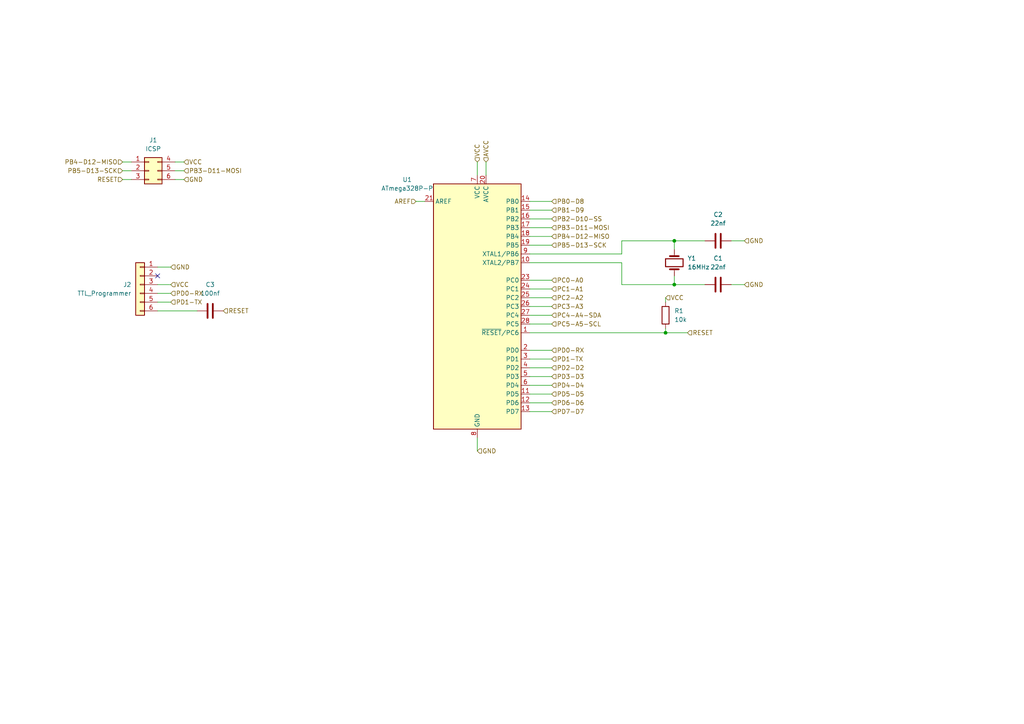
<source format=kicad_sch>
(kicad_sch (version 20231120) (generator "eeschema") (generator_version "8.0")
  (paper "A4")
  (lib_symbols
    (symbol "Connector_Generic:Conn_01x06" (pin_names (offset 1.016) hide)
      (property "Reference" "J" (at 0 7.62 0))
      (property "Value" "Conn_01x06" (at 0 -10.16 0))
      (symbol "Conn_01x06_1_1"
        (rectangle (start -1.27 -7.493) (end 0 -7.747) (stroke (width 0.1524)))
        (rectangle (start -1.27 -4.953) (end 0 -5.207) (stroke (width 0.1524)))
        (rectangle (start -1.27 -2.413) (end 0 -2.667) (stroke (width 0.1524)))
        (rectangle (start -1.27 0.127) (end 0 -0.127) (stroke (width 0.1524)))
        (rectangle (start -1.27 2.667) (end 0 2.413) (stroke (width 0.1524)))
        (rectangle (start -1.27 5.207) (end 0 4.953) (stroke (width 0.1524)))
        (rectangle (start -1.27 6.35) (end 1.27 -8.89) (stroke (width 0.254)) (fill (type background)))
        (pin passive line (at -5.08 5.08 0) (length 3.81) (name "Pin_1") (number "1"))
        (pin passive line (at -5.08 2.54 0) (length 3.81) (name "Pin_2") (number "2"))
        (pin passive line (at -5.08 0 0) (length 3.81) (name "Pin_3") (number "3"))
        (pin passive line (at -5.08 -2.54 0) (length 3.81) (name "Pin_4") (number "4"))
        (pin passive line (at -5.08 -5.08 0) (length 3.81) (name "Pin_5") (number "5"))
        (pin passive line (at -5.08 -7.62 0) (length 3.81) (name "Pin_6") (number "6"))
      )
    )
    (symbol "Connector_Generic:Conn_02x03_Top_Bottom" (pin_names (offset 1.016) hide)
      (property "Reference" "J" (at 1.27 5.08 0))
      (property "Value" "Conn_02x03_Top_Bottom" (at 1.27 -5.08 0))
      (symbol "Conn_02x03_Top_Bottom_1_1"
        (rectangle (start -1.27 -2.413) (end 0 -2.667) (stroke (width 0.1524)))
        (rectangle (start -1.27 0.127) (end 0 -0.127) (stroke (width 0.1524)))
        (rectangle (start -1.27 2.667) (end 0 2.413) (stroke (width 0.1524)))
        (rectangle (start -1.27 3.81) (end 3.81 -3.81) (stroke (width 0.254)) (fill (type background)))
        (rectangle (start 3.81 -2.413) (end 2.54 -2.667) (stroke (width 0.1524)))
        (rectangle (start 3.81 0.127) (end 2.54 -0.127) (stroke (width 0.1524)))
        (rectangle (start 3.81 2.667) (end 2.54 2.413) (stroke (width 0.1524)))
        (pin passive line (at -5.08 2.54 0) (length 3.81) (name "Pin_1") (number "1"))
        (pin passive line (at -5.08 0 0) (length 3.81) (name "Pin_2") (number "2"))
        (pin passive line (at -5.08 -2.54 0) (length 3.81) (name "Pin_3") (number "3"))
        (pin passive line (at 7.62 2.54 180) (length 3.81) (name "Pin_4") (number "4"))
        (pin passive line (at 7.62 0 180) (length 3.81) (name "Pin_5") (number "5"))
        (pin passive line (at 7.62 -2.54 180) (length 3.81) (name "Pin_6") (number "6"))
      )
    )
    (symbol "Device:C" (pin_numbers hide) (pin_names (offset 0.254))
      (property "Reference" "C" (at 0.635 2.54 0))
      (property "Value" "C" (at 0.635 -2.54 0))
      (symbol "C_0_1"
        (polyline (pts (xy -2.032 -0.762) (xy 2.032 -0.762)) (stroke (width 0.508)))
        (polyline (pts (xy -2.032 0.762) (xy 2.032 0.762)) (stroke (width 0.508)))
      )
      (symbol "C_1_1"
        (pin passive line (at 0 3.81 270) (length 2.794) (name "~") (number "1"))
        (pin passive line (at 0 -3.81 90) (length 2.794) (name "~") (number "2"))
      )
    )
    (symbol "Device:Crystal" (pin_numbers hide) (pin_names (offset 1.016) hide)
      (property "Reference" "Y" (at 0 3.81 0))
      (property "Value" "Crystal" (at 0 -3.81 0))
      (symbol "Crystal_0_1"
        (rectangle (start -1.143 2.54) (end 1.143 -2.54) (stroke (width 0.3048)))
        (polyline (pts (xy -2.54 0) (xy -1.905 0)))
        (polyline (pts (xy -1.905 -1.27) (xy -1.905 1.27)) (stroke (width 0.508)))
        (polyline (pts (xy 1.905 -1.27) (xy 1.905 1.27)) (stroke (width 0.508)))
        (polyline (pts (xy 2.54 0) (xy 1.905 0)))
      )
      (symbol "Crystal_1_1"
        (pin passive line (at -3.81 0 0) (length 1.27) (name "1") (number "1"))
        (pin passive line (at 3.81 0 180) (length 1.27) (name "2") (number "2"))
      )
    )
    (symbol "Device:R" (pin_numbers hide) (pin_names (offset 0))
      (property "Reference" "R" (at 2.032 0 90))
      (property "Value" "R" (at 0 0 90))
      (symbol "R_0_1"
        (rectangle (start -1.016 -2.54) (end 1.016 2.54) (stroke (width 0.254)))
      )
      (symbol "R_1_1"
        (pin passive line (at 0 3.81 270) (length 1.27) (name "~") (number "1"))
        (pin passive line (at 0 -3.81 90) (length 1.27) (name "~") (number "2"))
      )
    )
    (symbol "MCU_Microchip_ATmega:ATmega328P-P"
      (property "Reference" "U" (at -12.7 36.83 0))
      (property "Value" "ATmega328P-P" (at 2.54 -36.83 0))
      (symbol "ATmega328P-P_0_1"
        (rectangle (start -12.7 -35.56) (end 12.7 35.56) (stroke (width 0.254)) (fill (type background)))
      )
      (symbol "ATmega328P-P_1_1"
        (pin bidirectional line (at 15.24 -7.62 180) (length 2.54) (name "~{RESET}/PC6") (number "1"))
        (pin bidirectional line (at 15.24 12.7 180) (length 2.54) (name "XTAL2/PB7") (number "10"))
        (pin bidirectional line (at 15.24 -25.4 180) (length 2.54) (name "PD5") (number "11"))
        (pin bidirectional line (at 15.24 -27.94 180) (length 2.54) (name "PD6") (number "12"))
        (pin bidirectional line (at 15.24 -30.48 180) (length 2.54) (name "PD7") (number "13"))
        (pin bidirectional line (at 15.24 30.48 180) (length 2.54) (name "PB0") (number "14"))
        (pin bidirectional line (at 15.24 27.94 180) (length 2.54) (name "PB1") (number "15"))
        (pin bidirectional line (at 15.24 25.4 180) (length 2.54) (name "PB2") (number "16"))
        (pin bidirectional line (at 15.24 22.86 180) (length 2.54) (name "PB3") (number "17"))
        (pin bidirectional line (at 15.24 20.32 180) (length 2.54) (name "PB4") (number "18"))
        (pin bidirectional line (at 15.24 17.78 180) (length 2.54) (name "PB5") (number "19"))
        (pin bidirectional line (at 15.24 -12.7 180) (length 2.54) (name "PD0") (number "2"))
        (pin power_in line (at 2.54 38.1 270) (length 2.54) (name "AVCC") (number "20"))
        (pin passive line (at -15.24 30.48 0) (length 2.54) (name "AREF") (number "21"))
        (pin passive line (at 0 -38.1 90) (length 2.54) hide (name "GND") (number "22"))
        (pin bidirectional line (at 15.24 7.62 180) (length 2.54) (name "PC0") (number "23"))
        (pin bidirectional line (at 15.24 5.08 180) (length 2.54) (name "PC1") (number "24"))
        (pin bidirectional line (at 15.24 2.54 180) (length 2.54) (name "PC2") (number "25"))
        (pin bidirectional line (at 15.24 0 180) (length 2.54) (name "PC3") (number "26"))
        (pin bidirectional line (at 15.24 -2.54 180) (length 2.54) (name "PC4") (number "27"))
        (pin bidirectional line (at 15.24 -5.08 180) (length 2.54) (name "PC5") (number "28"))
        (pin bidirectional line (at 15.24 -15.24 180) (length 2.54) (name "PD1") (number "3"))
        (pin bidirectional line (at 15.24 -17.78 180) (length 2.54) (name "PD2") (number "4"))
        (pin bidirectional line (at 15.24 -20.32 180) (length 2.54) (name "PD3") (number "5"))
        (pin bidirectional line (at 15.24 -22.86 180) (length 2.54) (name "PD4") (number "6"))
        (pin power_in line (at 0 38.1 270) (length 2.54) (name "VCC") (number "7"))
        (pin power_in line (at 0 -38.1 90) (length 2.54) (name "GND") (number "8"))
        (pin bidirectional line (at 15.24 15.24 180) (length 2.54) (name "XTAL1/PB6") (number "9"))
      )
    )
  )
  (junction (at 195.58 69.85))
  (junction (at 193.04 96.52))
  (junction (at 195.58 82.55))
  (no_connect (at 45.72 80.01))
  (wire (pts (xy 45.72 87.63) (xy 49.53 87.63)))
  (wire (pts (xy 153.67 68.58) (xy 160.02 68.58)))
  (wire (pts (xy 153.67 104.14) (xy 160.02 104.14)))
  (wire (pts (xy 153.67 73.66) (xy 180.34 73.66)))
  (wire (pts (xy 153.67 71.12) (xy 160.02 71.12)))
  (wire (pts (xy 35.56 49.53) (xy 38.1 49.53)))
  (wire (pts (xy 153.67 63.5) (xy 160.02 63.5)))
  (wire (pts (xy 153.67 116.84) (xy 160.02 116.84)))
  (wire (pts (xy 50.8 46.99) (xy 53.34 46.99)))
  (wire (pts (xy 45.72 77.47) (xy 49.53 77.47)))
  (wire (pts (xy 153.67 106.68) (xy 160.02 106.68)))
  (wire (pts (xy 180.34 76.2) (xy 180.34 82.55)))
  (wire (pts (xy 45.72 82.55) (xy 49.53 82.55)))
  (wire (pts (xy 153.67 96.52) (xy 193.04 96.52)))
  (wire (pts (xy 153.67 109.22) (xy 160.02 109.22)))
  (wire (pts (xy 35.56 46.99) (xy 38.1 46.99)))
  (wire (pts (xy 153.67 86.36) (xy 160.02 86.36)))
  (wire (pts (xy 138.43 127) (xy 138.43 130.81)))
  (wire (pts (xy 153.67 76.2) (xy 180.34 76.2)))
  (wire (pts (xy 45.72 90.17) (xy 57.15 90.17)))
  (wire (pts (xy 153.67 91.44) (xy 160.02 91.44)))
  (wire (pts (xy 45.72 85.09) (xy 49.53 85.09)))
  (wire (pts (xy 153.67 101.6) (xy 160.02 101.6)))
  (wire (pts (xy 120.65 58.42) (xy 123.19 58.42)))
  (wire (pts (xy 35.56 52.07) (xy 38.1 52.07)))
  (wire (pts (xy 153.67 114.3) (xy 160.02 114.3)))
  (wire (pts (xy 212.09 69.85) (xy 215.9 69.85)))
  (wire (pts (xy 138.43 46.99) (xy 138.43 50.8)))
  (wire (pts (xy 204.47 82.55) (xy 195.58 82.55)))
  (wire (pts (xy 195.58 72.39) (xy 195.58 69.85)))
  (wire (pts (xy 180.34 69.85) (xy 195.58 69.85)))
  (wire (pts (xy 193.04 95.25) (xy 193.04 96.52)))
  (wire (pts (xy 153.67 93.98) (xy 160.02 93.98)))
  (wire (pts (xy 140.97 46.99) (xy 140.97 50.8)))
  (wire (pts (xy 153.67 81.28) (xy 160.02 81.28)))
  (wire (pts (xy 195.58 69.85) (xy 204.47 69.85)))
  (wire (pts (xy 153.67 88.9) (xy 160.02 88.9)))
  (wire (pts (xy 50.8 49.53) (xy 53.34 49.53)))
  (wire (pts (xy 153.67 119.38) (xy 160.02 119.38)))
  (wire (pts (xy 180.34 82.55) (xy 195.58 82.55)))
  (wire (pts (xy 195.58 82.55) (xy 195.58 80.01)))
  (wire (pts (xy 193.04 86.36) (xy 193.04 87.63)))
  (wire (pts (xy 193.04 96.52) (xy 199.39 96.52)))
  (wire (pts (xy 153.67 83.82) (xy 160.02 83.82)))
  (wire (pts (xy 180.34 73.66) (xy 180.34 69.85)))
  (wire (pts (xy 50.8 52.07) (xy 53.34 52.07)))
  (wire (pts (xy 153.67 60.96) (xy 160.02 60.96)))
  (wire (pts (xy 153.67 58.42) (xy 160.02 58.42)))
  (wire (pts (xy 153.67 66.04) (xy 160.02 66.04)))
  (wire (pts (xy 153.67 111.76) (xy 160.02 111.76)))
  (wire (pts (xy 212.09 82.55) (xy 215.9 82.55)))
  (hierarchical_label "PB3-D11-MOSI" (shape input) (at 53.34 49.53 0))
  (hierarchical_label "PB1-D9" (shape input) (at 160.02 60.96 0))
  (hierarchical_label "GND" (shape input) (at 215.9 82.55 0))
  (hierarchical_label "PC0-A0" (shape input) (at 160.02 81.28 0))
  (hierarchical_label "PB4-D12-MISO" (shape input) (at 160.02 68.58 0))
  (hierarchical_label "GND" (shape input) (at 215.9 69.85 0))
  (hierarchical_label "PB4-D12-MISO" (shape input) (at 35.56 46.99 180))
  (hierarchical_label "PD5-D5" (shape input) (at 160.02 114.3 0))
  (hierarchical_label "PD0-RX" (shape input) (at 160.02 101.6 0))
  (hierarchical_label "VCC" (shape input) (at 138.43 46.99 90))
  (hierarchical_label "PD7-D7" (shape input) (at 160.02 119.38 0))
  (hierarchical_label "PC4-A4-SDA" (shape input) (at 160.02 91.44 0))
  (hierarchical_label "PB2-D10-SS" (shape input) (at 160.02 63.5 0))
  (hierarchical_label "VCC" (shape input) (at 53.34 46.99 0))
  (hierarchical_label "PD2-D2" (shape input) (at 160.02 106.68 0))
  (hierarchical_label "GND" (shape input) (at 138.43 130.81 0))
  (hierarchical_label "VCC" (shape input) (at 193.04 86.36 0))
  (hierarchical_label "PB0-D8" (shape input) (at 160.02 58.42 0))
  (hierarchical_label "PD4-D4" (shape input) (at 160.02 111.76 0))
  (hierarchical_label "GND" (shape input) (at 49.53 77.47 0))
  (hierarchical_label "PB3-D11-MOSI" (shape input) (at 160.02 66.04 0))
  (hierarchical_label "PB5-D13-SCK" (shape input) (at 160.02 71.12 0))
  (hierarchical_label "VCC" (shape input) (at 49.53 82.55 0))
  (hierarchical_label "PC3-A3" (shape input) (at 160.02 88.9 0))
  (hierarchical_label "PB5-D13-SCK" (shape input) (at 35.56 49.53 180))
  (hierarchical_label "RESET" (shape input) (at 64.77 90.17 0))
  (hierarchical_label "PD6-D6" (shape input) (at 160.02 116.84 0))
  (hierarchical_label "AVCC" (shape input) (at 140.97 46.99 90))
  (hierarchical_label "PD1-TX" (shape input) (at 160.02 104.14 0))
  (hierarchical_label "RESET" (shape input) (at 199.39 96.52 0))
  (hierarchical_label "PD1-TX" (shape input) (at 49.53 87.63 0))
  (hierarchical_label "RESET" (shape input) (at 35.56 52.07 180))
  (hierarchical_label "AREF" (shape input) (at 120.65 58.42 180))
  (hierarchical_label "PC5-A5-SCL" (shape input) (at 160.02 93.98 0))
  (hierarchical_label "PC2-A2" (shape input) (at 160.02 86.36 0))
  (hierarchical_label "PD0-RX" (shape input) (at 49.53 85.09 0))
  (hierarchical_label "PC1-A1" (shape input) (at 160.02 83.82 0))
  (hierarchical_label "PD3-D3" (shape input) (at 160.02 109.22 0))
  (hierarchical_label "GND" (shape input) (at 53.34 52.07 0))
  (symbol (lib_id "Connector_Generic:Conn_02x03_Top_Bottom") (at 43.18 49.53 0) (unit 1)
    (property "Reference" "J1" (at 44.45 40.64 0))
    (property "Value" "ICSP" (at 44.45 43.18 0))
    (property "Footprint" "Connector_PinHeader_2.54mm:PinHeader_2x03_P2.54mm_Vertical_SMD" (effects (hide yes)))
    (property "Description" "Generic connector, double row, 02x03, top/bottom pin numbering scheme (row 1: 1...pins_per_row, row2: pins_per_row+1 ... num_pins), script generated (kicad-library-utils/schlib/autogen/connector/)" (effects (hide yes)))
  )
  (symbol (lib_id "Device:C") (at 208.28 69.85 90) (unit 1)
    (property "Reference" "C2" (at 208.28 62.23 90))
    (property "Value" "22nf" (at 208.28 64.77 90))
    (property "Footprint" "Capacitor_SMD:C_1206_3216Metric_Pad1.33x1.80mm_HandSolder" (effects (hide yes)))
    (property "Description" "Unpolarized capacitor" (effects (hide yes)))
  )
  (symbol (lib_id "Connector_Generic:Conn_01x06") (at 40.64 82.55 0) (mirror y) (unit 1)
    (property "Reference" "J2" (at 38.1 82.5499 0) (effects (justify left)))
    (property "Value" "TTL_Programmer" (at 38.1 85.0899 0) (effects (justify left)))
    (property "Footprint" "Connector_PinHeader_2.54mm:PinHeader_1x06_P2.54mm_Vertical" (effects (hide yes)))
    (property "Description" "Generic connector, single row, 01x06, script generated (kicad-library-utils/schlib/autogen/connector/)" (effects (hide yes)))
  )
  (symbol (lib_id "Device:C") (at 60.96 90.17 90) (unit 1)
    (property "Reference" "C3" (at 60.96 82.55 90))
    (property "Value" "100nf" (at 60.96 85.09 90))
    (property "Footprint" "Capacitor_SMD:C_1206_3216Metric_Pad1.33x1.80mm_HandSolder" (effects (hide yes)))
    (property "Description" "Unpolarized capacitor" (effects (hide yes)))
  )
  (symbol (lib_id "Device:Crystal") (at 195.58 76.2 90) (unit 1)
    (property "Reference" "Y1" (at 199.39 74.9299 90) (effects (justify right)))
    (property "Value" "16MHz" (at 199.39 77.4699 90) (effects (justify right)))
    (property "Footprint" "Crystal:Crystal_HC49-U_Vertical" (effects (hide yes)))
    (property "Description" "Two pin crystal" (effects (hide yes)))
  )
  (symbol (lib_id "Device:R") (at 193.04 91.44 0) (unit 1)
    (property "Reference" "R1" (at 195.58 90.1699 0) (effects (justify left)))
    (property "Value" "10k" (at 195.58 92.7099 0) (effects (justify left)))
    (property "Footprint" "Resistor_SMD:R_1206_3216Metric_Pad1.30x1.75mm_HandSolder" (effects (hide yes)))
    (property "Description" "Resistor" (effects (hide yes)))
  )
  (symbol (lib_id "Device:C") (at 208.28 82.55 90) (unit 1)
    (property "Reference" "C1" (at 208.28 74.93 90))
    (property "Value" "22nf" (at 208.28 77.47 90))
    (property "Footprint" "Capacitor_SMD:C_1206_3216Metric_Pad1.33x1.80mm_HandSolder" (effects (hide yes)))
    (property "Description" "Unpolarized capacitor" (effects (hide yes)))
  )
  (symbol (lib_id "MCU_Microchip_ATmega:ATmega328P-P") (at 138.43 88.9 0) (unit 1)
    (property "Reference" "U1" (at 118.11 52.1014 0))
    (property "Value" "ATmega328P-P" (at 118.11 54.6414 0))
    (property "Footprint" "Package_DIP:DIP-28_W7.62mm" (effects (hide yes)))
    (property "Datasheet" "http://ww1.microchip.com/downloads/en/DeviceDoc/ATmega328_P%20AVR%20MCU%20with%20picoPower%20Technology%20Data%20Sheet%2040001984A.pdf" (effects (hide yes)))
    (property "Description" "20MHz, 32kB Flash, 2kB SRAM, 1kB EEPROM, DIP-28" (effects (hide yes)))
  )
)
</source>
